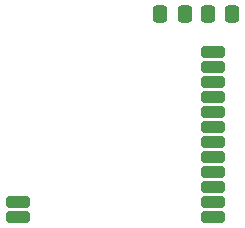
<source format=gbr>
%TF.GenerationSoftware,KiCad,Pcbnew,7.0.1*%
%TF.CreationDate,2023-04-28T09:30:46+02:00*%
%TF.ProjectId,AS4432_ANT,41533434-3332-45f4-914e-542e6b696361,rev?*%
%TF.SameCoordinates,Original*%
%TF.FileFunction,Paste,Top*%
%TF.FilePolarity,Positive*%
%FSLAX46Y46*%
G04 Gerber Fmt 4.6, Leading zero omitted, Abs format (unit mm)*
G04 Created by KiCad (PCBNEW 7.0.1) date 2023-04-28 09:30:46*
%MOMM*%
%LPD*%
G01*
G04 APERTURE LIST*
G04 Aperture macros list*
%AMRoundRect*
0 Rectangle with rounded corners*
0 $1 Rounding radius*
0 $2 $3 $4 $5 $6 $7 $8 $9 X,Y pos of 4 corners*
0 Add a 4 corners polygon primitive as box body*
4,1,4,$2,$3,$4,$5,$6,$7,$8,$9,$2,$3,0*
0 Add four circle primitives for the rounded corners*
1,1,$1+$1,$2,$3*
1,1,$1+$1,$4,$5*
1,1,$1+$1,$6,$7*
1,1,$1+$1,$8,$9*
0 Add four rect primitives between the rounded corners*
20,1,$1+$1,$2,$3,$4,$5,0*
20,1,$1+$1,$4,$5,$6,$7,0*
20,1,$1+$1,$6,$7,$8,$9,0*
20,1,$1+$1,$8,$9,$2,$3,0*%
G04 Aperture macros list end*
%ADD10RoundRect,0.250000X0.750000X0.250000X-0.750000X0.250000X-0.750000X-0.250000X0.750000X-0.250000X0*%
%ADD11RoundRect,0.250000X0.337500X0.475000X-0.337500X0.475000X-0.337500X-0.475000X0.337500X-0.475000X0*%
%ADD12RoundRect,0.250000X-0.337500X-0.475000X0.337500X-0.475000X0.337500X0.475000X-0.337500X0.475000X0*%
G04 APERTURE END LIST*
D10*
%TO.C,U1*%
X144140000Y-42545000D03*
X144140000Y-43815000D03*
X144140000Y-45085000D03*
X144140000Y-46355000D03*
X144140000Y-47625000D03*
X144140000Y-48895000D03*
X144140000Y-50165000D03*
X144140000Y-51435000D03*
X144140000Y-52705000D03*
X144140000Y-53975000D03*
X144140000Y-55245000D03*
X144140000Y-56515000D03*
X127640000Y-56515000D03*
X127640000Y-55245000D03*
%TD*%
D11*
%TO.C,C1*%
X141775000Y-39370000D03*
X139700000Y-39370000D03*
%TD*%
D12*
%TO.C,C2*%
X143742500Y-39370000D03*
X145817500Y-39370000D03*
%TD*%
M02*

</source>
